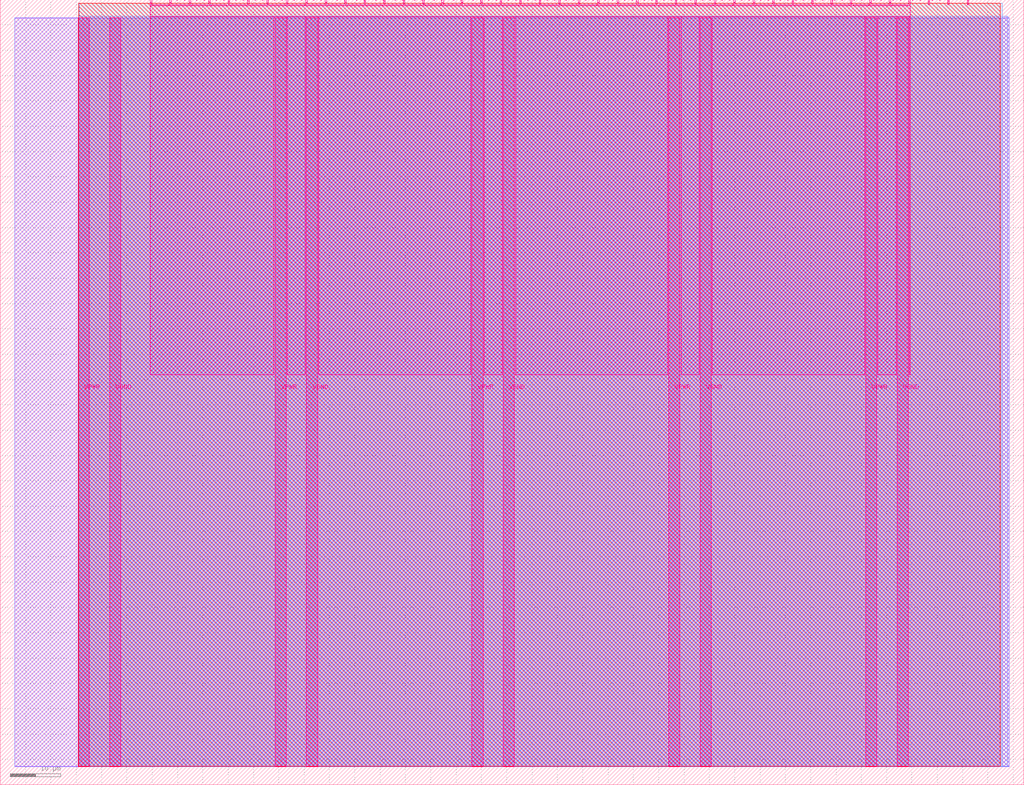
<source format=lef>
VERSION 5.7 ;
  NOWIREEXTENSIONATPIN ON ;
  DIVIDERCHAR "/" ;
  BUSBITCHARS "[]" ;
MACRO tt_um_rebeccargb_universal_decoder
  CLASS BLOCK ;
  FOREIGN tt_um_rebeccargb_universal_decoder ;
  ORIGIN 0.000 0.000 ;
  SIZE 202.080 BY 154.980 ;
  PIN VGND
    DIRECTION INOUT ;
    USE GROUND ;
    PORT
      LAYER Metal5 ;
        RECT 21.580 3.560 23.780 151.420 ;
    END
    PORT
      LAYER Metal5 ;
        RECT 60.450 3.560 62.650 151.420 ;
    END
    PORT
      LAYER Metal5 ;
        RECT 99.320 3.560 101.520 151.420 ;
    END
    PORT
      LAYER Metal5 ;
        RECT 138.190 3.560 140.390 151.420 ;
    END
    PORT
      LAYER Metal5 ;
        RECT 177.060 3.560 179.260 151.420 ;
    END
  END VGND
  PIN VPWR
    DIRECTION INOUT ;
    USE POWER ;
    PORT
      LAYER Metal5 ;
        RECT 15.380 3.560 17.580 151.420 ;
    END
    PORT
      LAYER Metal5 ;
        RECT 54.250 3.560 56.450 151.420 ;
    END
    PORT
      LAYER Metal5 ;
        RECT 93.120 3.560 95.320 151.420 ;
    END
    PORT
      LAYER Metal5 ;
        RECT 131.990 3.560 134.190 151.420 ;
    END
    PORT
      LAYER Metal5 ;
        RECT 170.860 3.560 173.060 151.420 ;
    END
  END VPWR
  PIN clk
    DIRECTION INPUT ;
    USE SIGNAL ;
    PORT
      LAYER Metal5 ;
        RECT 187.050 153.980 187.350 154.980 ;
    END
  END clk
  PIN ena
    DIRECTION INPUT ;
    USE SIGNAL ;
    PORT
      LAYER Metal5 ;
        RECT 190.890 153.980 191.190 154.980 ;
    END
  END ena
  PIN rst_n
    DIRECTION INPUT ;
    USE SIGNAL ;
    PORT
      LAYER Metal5 ;
        RECT 183.210 153.980 183.510 154.980 ;
    END
  END rst_n
  PIN ui_in[0]
    DIRECTION INPUT ;
    USE SIGNAL ;
    ANTENNAGATEAREA 0.527800 ;
    PORT
      LAYER Metal5 ;
        RECT 179.370 153.980 179.670 154.980 ;
    END
  END ui_in[0]
  PIN ui_in[1]
    DIRECTION INPUT ;
    USE SIGNAL ;
    ANTENNAGATEAREA 0.809900 ;
    PORT
      LAYER Metal5 ;
        RECT 175.530 153.980 175.830 154.980 ;
    END
  END ui_in[1]
  PIN ui_in[2]
    DIRECTION INPUT ;
    USE SIGNAL ;
    ANTENNAGATEAREA 0.180700 ;
    PORT
      LAYER Metal5 ;
        RECT 171.690 153.980 171.990 154.980 ;
    END
  END ui_in[2]
  PIN ui_in[3]
    DIRECTION INPUT ;
    USE SIGNAL ;
    ANTENNAGATEAREA 0.426400 ;
    PORT
      LAYER Metal5 ;
        RECT 167.850 153.980 168.150 154.980 ;
    END
  END ui_in[3]
  PIN ui_in[4]
    DIRECTION INPUT ;
    USE SIGNAL ;
    ANTENNAGATEAREA 0.527800 ;
    PORT
      LAYER Metal5 ;
        RECT 164.010 153.980 164.310 154.980 ;
    END
  END ui_in[4]
  PIN ui_in[5]
    DIRECTION INPUT ;
    USE SIGNAL ;
    ANTENNAGATEAREA 0.842400 ;
    PORT
      LAYER Metal5 ;
        RECT 160.170 153.980 160.470 154.980 ;
    END
  END ui_in[5]
  PIN ui_in[6]
    DIRECTION INPUT ;
    USE SIGNAL ;
    ANTENNAGATEAREA 0.213200 ;
    PORT
      LAYER Metal5 ;
        RECT 156.330 153.980 156.630 154.980 ;
    END
  END ui_in[6]
  PIN ui_in[7]
    DIRECTION INPUT ;
    USE SIGNAL ;
    ANTENNAGATEAREA 0.180700 ;
    PORT
      LAYER Metal5 ;
        RECT 152.490 153.980 152.790 154.980 ;
    END
  END ui_in[7]
  PIN uio_in[0]
    DIRECTION INPUT ;
    USE SIGNAL ;
    ANTENNAGATEAREA 0.180700 ;
    PORT
      LAYER Metal5 ;
        RECT 148.650 153.980 148.950 154.980 ;
    END
  END uio_in[0]
  PIN uio_in[1]
    DIRECTION INPUT ;
    USE SIGNAL ;
    ANTENNAGATEAREA 0.180700 ;
    PORT
      LAYER Metal5 ;
        RECT 144.810 153.980 145.110 154.980 ;
    END
  END uio_in[1]
  PIN uio_in[2]
    DIRECTION INPUT ;
    USE SIGNAL ;
    ANTENNAGATEAREA 0.180700 ;
    PORT
      LAYER Metal5 ;
        RECT 140.970 153.980 141.270 154.980 ;
    END
  END uio_in[2]
  PIN uio_in[3]
    DIRECTION INPUT ;
    USE SIGNAL ;
    ANTENNAGATEAREA 0.527800 ;
    PORT
      LAYER Metal5 ;
        RECT 137.130 153.980 137.430 154.980 ;
    END
  END uio_in[3]
  PIN uio_in[4]
    DIRECTION INPUT ;
    USE SIGNAL ;
    ANTENNAGATEAREA 0.213200 ;
    PORT
      LAYER Metal5 ;
        RECT 133.290 153.980 133.590 154.980 ;
    END
  END uio_in[4]
  PIN uio_in[5]
    DIRECTION INPUT ;
    USE SIGNAL ;
    ANTENNAGATEAREA 0.213200 ;
    PORT
      LAYER Metal5 ;
        RECT 129.450 153.980 129.750 154.980 ;
    END
  END uio_in[5]
  PIN uio_in[6]
    DIRECTION INPUT ;
    USE SIGNAL ;
    ANTENNAGATEAREA 0.180700 ;
    PORT
      LAYER Metal5 ;
        RECT 125.610 153.980 125.910 154.980 ;
    END
  END uio_in[6]
  PIN uio_in[7]
    DIRECTION INPUT ;
    USE SIGNAL ;
    ANTENNAGATEAREA 0.180700 ;
    PORT
      LAYER Metal5 ;
        RECT 121.770 153.980 122.070 154.980 ;
    END
  END uio_in[7]
  PIN uio_oe[0]
    DIRECTION OUTPUT ;
    USE SIGNAL ;
    ANTENNADIFFAREA 0.654800 ;
    PORT
      LAYER Metal5 ;
        RECT 56.490 153.980 56.790 154.980 ;
    END
  END uio_oe[0]
  PIN uio_oe[1]
    DIRECTION OUTPUT ;
    USE SIGNAL ;
    ANTENNADIFFAREA 0.654800 ;
    PORT
      LAYER Metal5 ;
        RECT 52.650 153.980 52.950 154.980 ;
    END
  END uio_oe[1]
  PIN uio_oe[2]
    DIRECTION OUTPUT ;
    USE SIGNAL ;
    ANTENNADIFFAREA 0.299200 ;
    PORT
      LAYER Metal5 ;
        RECT 48.810 153.980 49.110 154.980 ;
    END
  END uio_oe[2]
  PIN uio_oe[3]
    DIRECTION OUTPUT ;
    USE SIGNAL ;
    ANTENNADIFFAREA 0.299200 ;
    PORT
      LAYER Metal5 ;
        RECT 44.970 153.980 45.270 154.980 ;
    END
  END uio_oe[3]
  PIN uio_oe[4]
    DIRECTION OUTPUT ;
    USE SIGNAL ;
    ANTENNADIFFAREA 0.299200 ;
    PORT
      LAYER Metal5 ;
        RECT 41.130 153.980 41.430 154.980 ;
    END
  END uio_oe[4]
  PIN uio_oe[5]
    DIRECTION OUTPUT ;
    USE SIGNAL ;
    ANTENNADIFFAREA 0.299200 ;
    PORT
      LAYER Metal5 ;
        RECT 37.290 153.980 37.590 154.980 ;
    END
  END uio_oe[5]
  PIN uio_oe[6]
    DIRECTION OUTPUT ;
    USE SIGNAL ;
    ANTENNADIFFAREA 0.299200 ;
    PORT
      LAYER Metal5 ;
        RECT 33.450 153.980 33.750 154.980 ;
    END
  END uio_oe[6]
  PIN uio_oe[7]
    DIRECTION OUTPUT ;
    USE SIGNAL ;
    ANTENNADIFFAREA 0.299200 ;
    PORT
      LAYER Metal5 ;
        RECT 29.610 153.980 29.910 154.980 ;
    END
  END uio_oe[7]
  PIN uio_out[0]
    DIRECTION OUTPUT ;
    USE SIGNAL ;
    ANTENNADIFFAREA 0.988000 ;
    PORT
      LAYER Metal5 ;
        RECT 87.210 153.980 87.510 154.980 ;
    END
  END uio_out[0]
  PIN uio_out[1]
    DIRECTION OUTPUT ;
    USE SIGNAL ;
    ANTENNADIFFAREA 0.651000 ;
    PORT
      LAYER Metal5 ;
        RECT 83.370 153.980 83.670 154.980 ;
    END
  END uio_out[1]
  PIN uio_out[2]
    DIRECTION OUTPUT ;
    USE SIGNAL ;
    ANTENNADIFFAREA 0.299200 ;
    PORT
      LAYER Metal5 ;
        RECT 79.530 153.980 79.830 154.980 ;
    END
  END uio_out[2]
  PIN uio_out[3]
    DIRECTION OUTPUT ;
    USE SIGNAL ;
    ANTENNADIFFAREA 0.299200 ;
    PORT
      LAYER Metal5 ;
        RECT 75.690 153.980 75.990 154.980 ;
    END
  END uio_out[3]
  PIN uio_out[4]
    DIRECTION OUTPUT ;
    USE SIGNAL ;
    ANTENNADIFFAREA 0.299200 ;
    PORT
      LAYER Metal5 ;
        RECT 71.850 153.980 72.150 154.980 ;
    END
  END uio_out[4]
  PIN uio_out[5]
    DIRECTION OUTPUT ;
    USE SIGNAL ;
    ANTENNADIFFAREA 0.299200 ;
    PORT
      LAYER Metal5 ;
        RECT 68.010 153.980 68.310 154.980 ;
    END
  END uio_out[5]
  PIN uio_out[6]
    DIRECTION OUTPUT ;
    USE SIGNAL ;
    ANTENNADIFFAREA 0.299200 ;
    PORT
      LAYER Metal5 ;
        RECT 64.170 153.980 64.470 154.980 ;
    END
  END uio_out[6]
  PIN uio_out[7]
    DIRECTION OUTPUT ;
    USE SIGNAL ;
    ANTENNADIFFAREA 0.299200 ;
    PORT
      LAYER Metal5 ;
        RECT 60.330 153.980 60.630 154.980 ;
    END
  END uio_out[7]
  PIN uo_out[0]
    DIRECTION OUTPUT ;
    USE SIGNAL ;
    ANTENNADIFFAREA 0.706400 ;
    PORT
      LAYER Metal5 ;
        RECT 117.930 153.980 118.230 154.980 ;
    END
  END uo_out[0]
  PIN uo_out[1]
    DIRECTION OUTPUT ;
    USE SIGNAL ;
    ANTENNADIFFAREA 0.706400 ;
    PORT
      LAYER Metal5 ;
        RECT 114.090 153.980 114.390 154.980 ;
    END
  END uo_out[1]
  PIN uo_out[2]
    DIRECTION OUTPUT ;
    USE SIGNAL ;
    ANTENNADIFFAREA 0.706400 ;
    PORT
      LAYER Metal5 ;
        RECT 110.250 153.980 110.550 154.980 ;
    END
  END uo_out[2]
  PIN uo_out[3]
    DIRECTION OUTPUT ;
    USE SIGNAL ;
    ANTENNADIFFAREA 0.733200 ;
    PORT
      LAYER Metal5 ;
        RECT 106.410 153.980 106.710 154.980 ;
    END
  END uo_out[3]
  PIN uo_out[4]
    DIRECTION OUTPUT ;
    USE SIGNAL ;
    ANTENNADIFFAREA 0.733200 ;
    PORT
      LAYER Metal5 ;
        RECT 102.570 153.980 102.870 154.980 ;
    END
  END uo_out[4]
  PIN uo_out[5]
    DIRECTION OUTPUT ;
    USE SIGNAL ;
    ANTENNADIFFAREA 0.733200 ;
    PORT
      LAYER Metal5 ;
        RECT 98.730 153.980 99.030 154.980 ;
    END
  END uo_out[5]
  PIN uo_out[6]
    DIRECTION OUTPUT ;
    USE SIGNAL ;
    ANTENNADIFFAREA 0.706400 ;
    PORT
      LAYER Metal5 ;
        RECT 94.890 153.980 95.190 154.980 ;
    END
  END uo_out[6]
  PIN uo_out[7]
    DIRECTION OUTPUT ;
    USE SIGNAL ;
    ANTENNADIFFAREA 0.677200 ;
    PORT
      LAYER Metal5 ;
        RECT 91.050 153.980 91.350 154.980 ;
    END
  END uo_out[7]
  OBS
      LAYER GatPoly ;
        RECT 2.880 3.630 199.200 151.350 ;
      LAYER Metal1 ;
        RECT 2.880 3.560 199.200 151.420 ;
      LAYER Metal2 ;
        RECT 15.515 3.680 198.865 151.720 ;
      LAYER Metal3 ;
        RECT 15.560 3.635 197.860 154.285 ;
      LAYER Metal4 ;
        RECT 15.515 3.680 197.425 154.240 ;
      LAYER Metal5 ;
        RECT 30.120 153.770 33.240 153.980 ;
        RECT 33.960 153.770 37.080 153.980 ;
        RECT 37.800 153.770 40.920 153.980 ;
        RECT 41.640 153.770 44.760 153.980 ;
        RECT 45.480 153.770 48.600 153.980 ;
        RECT 49.320 153.770 52.440 153.980 ;
        RECT 53.160 153.770 56.280 153.980 ;
        RECT 57.000 153.770 60.120 153.980 ;
        RECT 60.840 153.770 63.960 153.980 ;
        RECT 64.680 153.770 67.800 153.980 ;
        RECT 68.520 153.770 71.640 153.980 ;
        RECT 72.360 153.770 75.480 153.980 ;
        RECT 76.200 153.770 79.320 153.980 ;
        RECT 80.040 153.770 83.160 153.980 ;
        RECT 83.880 153.770 87.000 153.980 ;
        RECT 87.720 153.770 90.840 153.980 ;
        RECT 91.560 153.770 94.680 153.980 ;
        RECT 95.400 153.770 98.520 153.980 ;
        RECT 99.240 153.770 102.360 153.980 ;
        RECT 103.080 153.770 106.200 153.980 ;
        RECT 106.920 153.770 110.040 153.980 ;
        RECT 110.760 153.770 113.880 153.980 ;
        RECT 114.600 153.770 117.720 153.980 ;
        RECT 118.440 153.770 121.560 153.980 ;
        RECT 122.280 153.770 125.400 153.980 ;
        RECT 126.120 153.770 129.240 153.980 ;
        RECT 129.960 153.770 133.080 153.980 ;
        RECT 133.800 153.770 136.920 153.980 ;
        RECT 137.640 153.770 140.760 153.980 ;
        RECT 141.480 153.770 144.600 153.980 ;
        RECT 145.320 153.770 148.440 153.980 ;
        RECT 149.160 153.770 152.280 153.980 ;
        RECT 153.000 153.770 156.120 153.980 ;
        RECT 156.840 153.770 159.960 153.980 ;
        RECT 160.680 153.770 163.800 153.980 ;
        RECT 164.520 153.770 167.640 153.980 ;
        RECT 168.360 153.770 171.480 153.980 ;
        RECT 172.200 153.770 175.320 153.980 ;
        RECT 176.040 153.770 179.160 153.980 ;
        RECT 29.660 151.630 179.620 153.770 ;
        RECT 29.660 80.915 54.040 151.630 ;
        RECT 56.660 80.915 60.240 151.630 ;
        RECT 62.860 80.915 92.910 151.630 ;
        RECT 95.530 80.915 99.110 151.630 ;
        RECT 101.730 80.915 131.780 151.630 ;
        RECT 134.400 80.915 137.980 151.630 ;
        RECT 140.600 80.915 170.650 151.630 ;
        RECT 173.270 80.915 176.850 151.630 ;
        RECT 179.470 80.915 179.620 151.630 ;
  END
END tt_um_rebeccargb_universal_decoder
END LIBRARY


</source>
